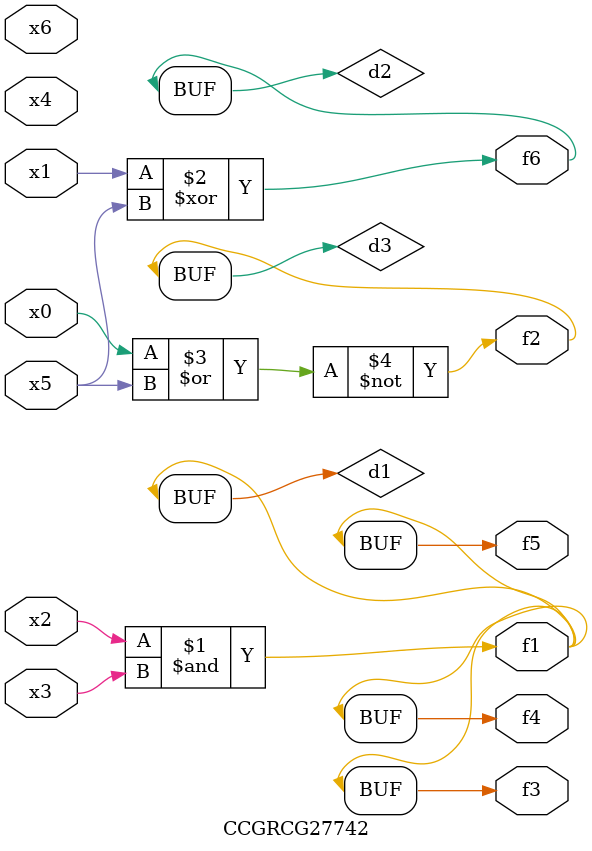
<source format=v>
module CCGRCG27742(
	input x0, x1, x2, x3, x4, x5, x6,
	output f1, f2, f3, f4, f5, f6
);

	wire d1, d2, d3;

	and (d1, x2, x3);
	xor (d2, x1, x5);
	nor (d3, x0, x5);
	assign f1 = d1;
	assign f2 = d3;
	assign f3 = d1;
	assign f4 = d1;
	assign f5 = d1;
	assign f6 = d2;
endmodule

</source>
